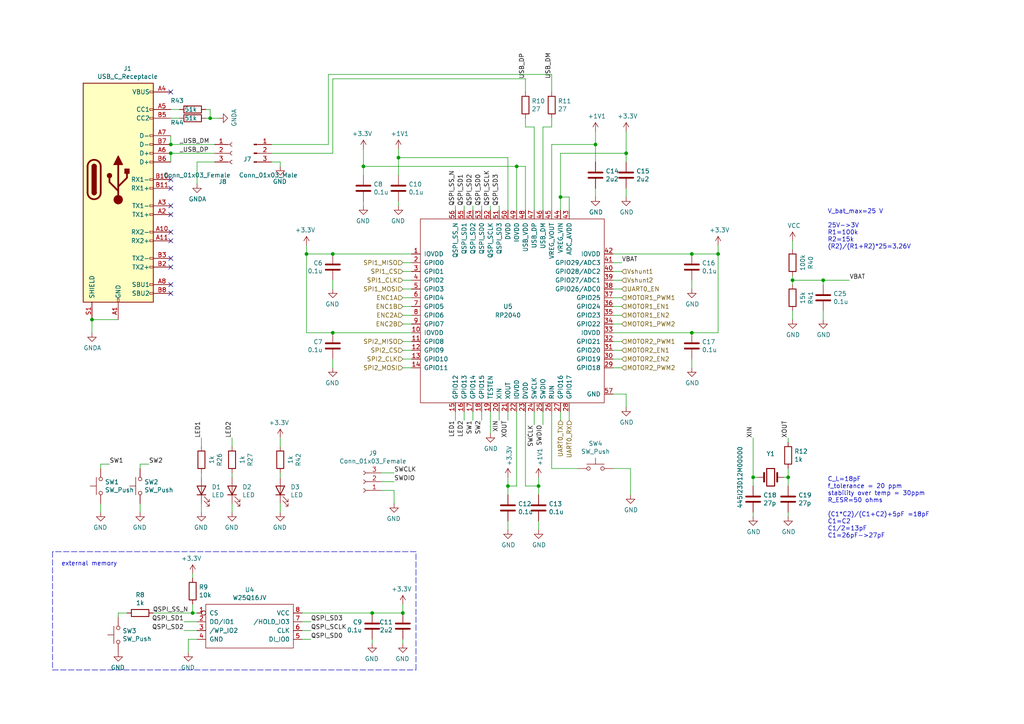
<source format=kicad_sch>
(kicad_sch (version 20211123) (generator eeschema)
  (paper "A4")
  (lib_symbols
    (symbol "Connector:Conn_01x03_Female" (pin_names (offset 1.016) hide)
      (property "Reference" "J" (at 0 5.08 0))
      (property "Value" "Conn_01x03_Female" (at 0 -5.08 0))
      (symbol "Conn_01x03_Female_1_1"
        (arc (start 0 -2.032) (mid -0.508 -2.54) (end 0 -3.048) (stroke (width 0.1524)))
        (polyline (pts (xy -1.27 -2.54) (xy -0.508 -2.54)) (stroke (width 0.1524)))
        (polyline (pts (xy -1.27 0) (xy -0.508 0)) (stroke (width 0.1524)))
        (polyline (pts (xy -1.27 2.54) (xy -0.508 2.54)) (stroke (width 0.1524)))
        (arc (start 0 0.508) (mid -0.508 0) (end 0 -0.508) (stroke (width 0.1524)))
        (arc (start 0 3.048) (mid -0.508 2.54) (end 0 2.032) (stroke (width 0.1524)))
        (pin passive line (at -5.08 2.54 0) (length 3.81) (name "Pin_1") (number "1"))
        (pin passive line (at -5.08 0 0) (length 3.81) (name "Pin_2") (number "2"))
        (pin passive line (at -5.08 -2.54 0) (length 3.81) (name "Pin_3") (number "3"))
      )
    )
    (symbol "Connector:Conn_01x03_Male" (pin_names (offset 1.016) hide)
      (property "Reference" "J" (at 0 5.08 0))
      (property "Value" "Conn_01x03_Male" (at 0 -5.08 0))
      (symbol "Conn_01x03_Male_1_1"
        (polyline (pts (xy 1.27 -2.54) (xy 0.8636 -2.54)) (stroke (width 0.1524)))
        (polyline (pts (xy 1.27 0) (xy 0.8636 0)) (stroke (width 0.1524)))
        (polyline (pts (xy 1.27 2.54) (xy 0.8636 2.54)) (stroke (width 0.1524)))
        (rectangle (start 0.8636 -2.413) (end 0 -2.667) (stroke (width 0.1524)) (fill (type outline)))
        (rectangle (start 0.8636 0.127) (end 0 -0.127) (stroke (width 0.1524)) (fill (type outline)))
        (rectangle (start 0.8636 2.667) (end 0 2.413) (stroke (width 0.1524)) (fill (type outline)))
        (pin passive line (at 5.08 2.54 180) (length 3.81) (name "Pin_1") (number "1"))
        (pin passive line (at 5.08 0 180) (length 3.81) (name "Pin_2") (number "2"))
        (pin passive line (at 5.08 -2.54 180) (length 3.81) (name "Pin_3") (number "3"))
      )
    )
    (symbol "Connector:USB_C_Receptacle" (pin_names (offset 1.016))
      (property "Reference" "J" (at -10.16 29.21 0))
      (property "Value" "USB_C_Receptacle" (at 10.16 29.21 0))
      (symbol "USB_C_Receptacle_0_0"
        (rectangle (start -0.254 -35.56) (end 0.254 -34.544))
        (rectangle (start 10.16 -32.766) (end 9.144 -33.274))
        (rectangle (start 10.16 -30.226) (end 9.144 -30.734))
        (rectangle (start 10.16 -25.146) (end 9.144 -25.654))
        (rectangle (start 10.16 -22.606) (end 9.144 -23.114))
        (rectangle (start 10.16 -17.526) (end 9.144 -18.034))
        (rectangle (start 10.16 -14.986) (end 9.144 -15.494))
        (rectangle (start 10.16 -9.906) (end 9.144 -10.414))
        (rectangle (start 10.16 -7.366) (end 9.144 -7.874))
        (rectangle (start 10.16 -2.286) (end 9.144 -2.794))
        (rectangle (start 10.16 0.254) (end 9.144 -0.254))
        (rectangle (start 10.16 5.334) (end 9.144 4.826))
        (rectangle (start 10.16 7.874) (end 9.144 7.366))
        (rectangle (start 10.16 10.414) (end 9.144 9.906))
        (rectangle (start 10.16 12.954) (end 9.144 12.446))
        (rectangle (start 10.16 18.034) (end 9.144 17.526))
        (rectangle (start 10.16 20.574) (end 9.144 20.066))
        (rectangle (start 10.16 25.654) (end 9.144 25.146))
      )
      (symbol "USB_C_Receptacle_0_1"
        (rectangle (start -10.16 27.94) (end 10.16 -35.56) (stroke (width 0.254)) (fill (type background)))
        (arc (start -8.89 -3.81) (mid -6.985 -5.715) (end -5.08 -3.81) (stroke (width 0.508)))
        (arc (start -7.62 -3.81) (mid -6.985 -4.445) (end -6.35 -3.81) (stroke (width 0.254)))
        (arc (start -7.62 -3.81) (mid -6.985 -4.445) (end -6.35 -3.81) (stroke (width 0.254)) (fill (type outline)))
        (rectangle (start -7.62 -3.81) (end -6.35 3.81) (stroke (width 0.254)) (fill (type outline)))
        (arc (start -6.35 3.81) (mid -6.985 4.445) (end -7.62 3.81) (stroke (width 0.254)))
        (arc (start -6.35 3.81) (mid -6.985 4.445) (end -7.62 3.81) (stroke (width 0.254)) (fill (type outline)))
        (arc (start -5.08 3.81) (mid -6.985 5.715) (end -8.89 3.81) (stroke (width 0.508)))
        (polyline (pts (xy -8.89 -3.81) (xy -8.89 3.81)) (stroke (width 0.508)))
        (polyline (pts (xy -5.08 3.81) (xy -5.08 -3.81)) (stroke (width 0.508)))
      )
      (symbol "USB_C_Receptacle_1_1"
        (circle (center -2.54 1.143) (radius 0.635) (stroke (width 0.254)) (fill (type outline)))
        (circle (center 0 -5.842) (radius 1.27) (fill (type outline)))
        (polyline (pts (xy 0 -5.842) (xy 0 4.318)) (stroke (width 0.508)))
        (polyline (pts (xy 0 -3.302) (xy -2.54 -0.762) (xy -2.54 0.508)) (stroke (width 0.508)))
        (polyline (pts (xy 0 -2.032) (xy 2.54 0.508) (xy 2.54 1.778)) (stroke (width 0.508)))
        (polyline (pts (xy -1.27 4.318) (xy 0 6.858) (xy 1.27 4.318) (xy -1.27 4.318)) (stroke (width 0.254)) (fill (type outline)))
        (rectangle (start 1.905 1.778) (end 3.175 3.048) (stroke (width 0.254)) (fill (type outline)))
        (pin passive line (at 0 -40.64 90) (length 5.08) (name "GND") (number "A1"))
        (pin bidirectional line (at 15.24 -15.24 180) (length 5.08) (name "RX2-") (number "A10"))
        (pin bidirectional line (at 15.24 -17.78 180) (length 5.08) (name "RX2+") (number "A11"))
        (pin passive line (at 0 -40.64 90) (length 5.08) hide (name "GND") (number "A12"))
        (pin bidirectional line (at 15.24 -10.16 180) (length 5.08) (name "TX1+") (number "A2"))
        (pin bidirectional line (at 15.24 -7.62 180) (length 5.08) (name "TX1-") (number "A3"))
        (pin passive line (at 15.24 25.4 180) (length 5.08) (name "VBUS") (number "A4"))
        (pin bidirectional line (at 15.24 20.32 180) (length 5.08) (name "CC1") (number "A5"))
        (pin bidirectional line (at 15.24 7.62 180) (length 5.08) (name "D+") (number "A6"))
        (pin bidirectional line (at 15.24 12.7 180) (length 5.08) (name "D-") (number "A7"))
        (pin bidirectional line (at 15.24 -30.48 180) (length 5.08) (name "SBU1") (number "A8"))
        (pin passive line (at 15.24 25.4 180) (length 5.08) hide (name "VBUS") (number "A9"))
        (pin passive line (at 0 -40.64 90) (length 5.08) hide (name "GND") (number "B1"))
        (pin bidirectional line (at 15.24 0 180) (length 5.08) (name "RX1-") (number "B10"))
        (pin bidirectional line (at 15.24 -2.54 180) (length 5.08) (name "RX1+") (number "B11"))
        (pin passive line (at 0 -40.64 90) (length 5.08) hide (name "GND") (number "B12"))
        (pin bidirectional line (at 15.24 -25.4 180) (length 5.08) (name "TX2+") (number "B2"))
        (pin bidirectional line (at 15.24 -22.86 180) (length 5.08) (name "TX2-") (number "B3"))
        (pin passive line (at 15.24 25.4 180) (length 5.08) hide (name "VBUS") (number "B4"))
        (pin bidirectional line (at 15.24 17.78 180) (length 5.08) (name "CC2") (number "B5"))
        (pin bidirectional line (at 15.24 5.08 180) (length 5.08) (name "D+") (number "B6"))
        (pin bidirectional line (at 15.24 10.16 180) (length 5.08) (name "D-") (number "B7"))
        (pin bidirectional line (at 15.24 -33.02 180) (length 5.08) (name "SBU2") (number "B8"))
        (pin passive line (at 15.24 25.4 180) (length 5.08) hide (name "VBUS") (number "B9"))
        (pin passive line (at -7.62 -40.64 90) (length 5.08) (name "SHIELD") (number "S1"))
      )
    )
    (symbol "Device:C" (pin_numbers hide) (pin_names (offset 0.254))
      (property "Reference" "C" (at 0.635 2.54 0))
      (property "Value" "C" (at 0.635 -2.54 0))
      (symbol "C_0_1"
        (polyline (pts (xy -2.032 -0.762) (xy 2.032 -0.762)) (stroke (width 0.508)))
        (polyline (pts (xy -2.032 0.762) (xy 2.032 0.762)) (stroke (width 0.508)))
      )
      (symbol "C_1_1"
        (pin passive line (at 0 3.81 270) (length 2.794) (name "~") (number "1"))
        (pin passive line (at 0 -3.81 90) (length 2.794) (name "~") (number "2"))
      )
    )
    (symbol "Device:Crystal" (pin_numbers hide) (pin_names (offset 1.016) hide)
      (property "Reference" "Y" (at 0 3.81 0))
      (property "Value" "Crystal" (at 0 -3.81 0))
      (symbol "Crystal_0_1"
        (rectangle (start -1.143 2.54) (end 1.143 -2.54) (stroke (width 0.3048)))
        (polyline (pts (xy -2.54 0) (xy -1.905 0)))
        (polyline (pts (xy -1.905 -1.27) (xy -1.905 1.27)) (stroke (width 0.508)))
        (polyline (pts (xy 1.905 -1.27) (xy 1.905 1.27)) (stroke (width 0.508)))
        (polyline (pts (xy 2.54 0) (xy 1.905 0)))
      )
      (symbol "Crystal_1_1"
        (pin passive line (at -3.81 0 0) (length 1.27) (name "1") (number "1"))
        (pin passive line (at 3.81 0 180) (length 1.27) (name "2") (number "2"))
      )
    )
    (symbol "Device:LED" (pin_numbers hide) (pin_names (offset 1.016) hide)
      (property "Reference" "D" (at 0 2.54 0))
      (property "Value" "LED" (at 0 -2.54 0))
      (symbol "LED_0_1"
        (polyline (pts (xy -1.27 -1.27) (xy -1.27 1.27)) (stroke (width 0.254)))
        (polyline (pts (xy -1.27 0) (xy 1.27 0)))
        (polyline (pts (xy 1.27 -1.27) (xy 1.27 1.27) (xy -1.27 0) (xy 1.27 -1.27)) (stroke (width 0.254)))
        (polyline (pts (xy -3.048 -0.762) (xy -4.572 -2.286) (xy -3.81 -2.286) (xy -4.572 -2.286) (xy -4.572 -1.524)))
        (polyline (pts (xy -1.778 -0.762) (xy -3.302 -2.286) (xy -2.54 -2.286) (xy -3.302 -2.286) (xy -3.302 -1.524)))
      )
      (symbol "LED_1_1"
        (pin passive line (at -3.81 0 0) (length 2.54) (name "K") (number "1"))
        (pin passive line (at 3.81 0 180) (length 2.54) (name "A") (number "2"))
      )
    )
    (symbol "Device:R" (pin_numbers hide) (pin_names (offset 0))
      (property "Reference" "R" (at 2.032 0 90))
      (property "Value" "R" (at 0 0 90))
      (symbol "R_0_1"
        (rectangle (start -1.016 -2.54) (end 1.016 2.54) (stroke (width 0.254)))
      )
      (symbol "R_1_1"
        (pin passive line (at 0 3.81 270) (length 1.27) (name "~") (number "1"))
        (pin passive line (at 0 -3.81 90) (length 1.27) (name "~") (number "2"))
      )
    )
    (symbol "RP_MD-rescue:RP2040-RP_MD" (pin_names (offset 1.016))
      (property "Reference" "U" (at 25.4 33.02 0))
      (property "Value" "RP2040-RP_MD" (at 25.4 30.48 0))
      (symbol "RP2040-RP_MD_0_1"
        (rectangle (start -25.4 27.94) (end 27.94 -25.4))
      )
      (symbol "RP2040-RP_MD_1_1"
        (pin power_in line (at -27.94 17.78 0) (length 2.54) (name "IOVDD") (number "1"))
        (pin power_in line (at -27.94 -5.08 0) (length 2.54) (name "IOVDD") (number "10"))
        (pin bidirectional line (at -27.94 -7.62 0) (length 2.54) (name "GPIO8") (number "11"))
        (pin bidirectional line (at -27.94 -10.16 0) (length 2.54) (name "GPIO9") (number "12"))
        (pin bidirectional line (at -27.94 -12.7 0) (length 2.54) (name "GPIO10") (number "13"))
        (pin bidirectional line (at -27.94 -15.24 0) (length 2.54) (name "GPIO11") (number "14"))
        (pin bidirectional line (at -15.24 -27.94 90) (length 2.54) (name "GPIO12") (number "15"))
        (pin bidirectional line (at -12.7 -27.94 90) (length 2.54) (name "GPIO13") (number "16"))
        (pin bidirectional line (at -10.16 -27.94 90) (length 2.54) (name "GPIO14") (number "17"))
        (pin bidirectional line (at -7.62 -27.94 90) (length 2.54) (name "GPIO15") (number "18"))
        (pin input line (at -5.08 -27.94 90) (length 2.54) (name "TESTEN") (number "19"))
        (pin bidirectional line (at -27.94 15.24 0) (length 2.54) (name "GPIO0") (number "2"))
        (pin input line (at -2.54 -27.94 90) (length 2.54) (name "XIN") (number "20"))
        (pin output line (at 0 -27.94 90) (length 2.54) (name "XOUT") (number "21"))
        (pin bidirectional line (at 2.54 -27.94 90) (length 2.54) (name "IOVDD") (number "22"))
        (pin power_in line (at 5.08 -27.94 90) (length 2.54) (name "DVDD") (number "23"))
        (pin input line (at 7.62 -27.94 90) (length 2.54) (name "SWCLK") (number "24"))
        (pin bidirectional line (at 10.16 -27.94 90) (length 2.54) (name "SWDIO") (number "25"))
        (pin input line (at 12.7 -27.94 90) (length 2.54) (name "RUN") (number "26"))
        (pin bidirectional line (at 15.24 -27.94 90) (length 2.54) (name "GPIO16") (number "27"))
        (pin bidirectional line (at 17.78 -27.94 90) (length 2.54) (name "GPIO17") (number "28"))
        (pin bidirectional line (at 30.48 -15.24 180) (length 2.54) (name "GPIO18") (number "29"))
        (pin bidirectional line (at -27.94 12.7 0) (length 2.54) (name "GPIO1") (number "3"))
        (pin bidirectional line (at 30.48 -12.7 180) (length 2.54) (name "GPIO19") (number "30"))
        (pin bidirectional line (at 30.48 -10.16 180) (length 2.54) (name "GPIO20") (number "31"))
        (pin bidirectional line (at 30.48 -7.62 180) (length 2.54) (name "GPIO21") (number "32"))
        (pin power_in line (at 30.48 -5.08 180) (length 2.54) (name "IOVDD") (number "33"))
        (pin bidirectional line (at 30.48 -2.54 180) (length 2.54) (name "GPIO22") (number "34"))
        (pin bidirectional line (at 30.48 0 180) (length 2.54) (name "GPIO23") (number "35"))
        (pin bidirectional line (at 30.48 2.54 180) (length 2.54) (name "GPIO24") (number "36"))
        (pin bidirectional line (at 30.48 5.08 180) (length 2.54) (name "GPIO25") (number "37"))
        (pin bidirectional line (at 30.48 7.62 180) (length 2.54) (name "GPIO26/ADC0") (number "38"))
        (pin bidirectional line (at 30.48 10.16 180) (length 2.54) (name "GPIO27/ADC1") (number "39"))
        (pin bidirectional line (at -27.94 10.16 0) (length 2.54) (name "GPIO2") (number "4"))
        (pin bidirectional line (at 30.48 12.7 180) (length 2.54) (name "GPIO28/ADC2") (number "40"))
        (pin bidirectional line (at 30.48 15.24 180) (length 2.54) (name "GPIO29/ADC3") (number "41"))
        (pin power_in line (at 30.48 17.78 180) (length 2.54) (name "IOVDD") (number "42"))
        (pin power_in line (at 17.78 30.48 270) (length 2.54) (name "ADC_AVDD") (number "43"))
        (pin power_in line (at 15.24 30.48 270) (length 2.54) (name "VREG_VIN") (number "44"))
        (pin power_out line (at 12.7 30.48 270) (length 2.54) (name "VREG_VOUT") (number "45"))
        (pin bidirectional line (at 10.16 30.48 270) (length 2.54) (name "USB_DM") (number "46"))
        (pin bidirectional line (at 7.62 30.48 270) (length 2.54) (name "USB_DP") (number "47"))
        (pin power_in line (at 5.08 30.48 270) (length 2.54) (name "USB_VDD") (number "48"))
        (pin power_in line (at 2.54 30.48 270) (length 2.54) (name "IOVDD") (number "49"))
        (pin bidirectional line (at -27.94 7.62 0) (length 2.54) (name "GPIO3") (number "5"))
        (pin power_in line (at 0 30.48 270) (length 2.54) (name "DVDD") (number "50"))
        (pin bidirectional line (at -2.54 30.48 270) (length 2.54) (name "QSPI_SD3") (number "51"))
        (pin bidirectional line (at -5.08 30.48 270) (length 2.54) (name "QSPI_SCLK") (number "52"))
        (pin bidirectional line (at -7.62 30.48 270) (length 2.54) (name "QSPI_SD0") (number "53"))
        (pin bidirectional line (at -10.16 30.48 270) (length 2.54) (name "QSPI_SD2") (number "54"))
        (pin bidirectional line (at -12.7 30.48 270) (length 2.54) (name "QSPI_SD1") (number "55"))
        (pin bidirectional line (at -15.24 30.48 270) (length 2.54) (name "QSPI_SS_N") (number "56"))
        (pin power_in line (at 30.48 -22.86 180) (length 2.54) (name "GND") (number "57"))
        (pin bidirectional line (at -27.94 5.08 0) (length 2.54) (name "GPIO4") (number "6"))
        (pin bidirectional line (at -27.94 2.54 0) (length 2.54) (name "GPIO5") (number "7"))
        (pin bidirectional line (at -27.94 0 0) (length 2.54) (name "GPIO6") (number "8"))
        (pin bidirectional line (at -27.94 -2.54 0) (length 2.54) (name "GPIO7") (number "9"))
      )
    )
    (symbol "RP_MD:W25Q16JV" (pin_names (offset 1.016))
      (property "Reference" "U" (at 0 10.16 0))
      (property "Value" "W25Q16JV" (at 0 7.62 0))
      (symbol "W25Q16JV_0_1"
        (rectangle (start -12.7 5.08) (end 12.7 -7.62))
      )
      (symbol "W25Q16JV_1_1"
        (pin input inverted (at -15.24 2.54 0) (length 2.54) (name "CS") (number "1"))
        (pin output line (at -15.24 0 0) (length 2.54) (name "DO/IO1") (number "2"))
        (pin bidirectional line (at -15.24 -2.54 0) (length 2.54) (name "/WP_IO2") (number "3"))
        (pin power_in line (at -15.24 -5.08 0) (length 2.54) (name "GND") (number "4"))
        (pin bidirectional line (at 15.24 -5.08 180) (length 2.54) (name "DI_IO0") (number "5"))
        (pin input line (at 15.24 -2.54 180) (length 2.54) (name "CLK") (number "6"))
        (pin bidirectional line (at 15.24 0 180) (length 2.54) (name "/HOLD_IO3") (number "7"))
        (pin power_in line (at 15.24 2.54 180) (length 2.54) (name "VCC") (number "8"))
      )
    )
    (symbol "Switch:SW_Push" (pin_numbers hide) (pin_names (offset 1.016) hide)
      (property "Reference" "SW" (at 1.27 2.54 0))
      (property "Value" "SW_Push" (at 0 -1.524 0))
      (symbol "SW_Push_0_1"
        (circle (center -2.032 0) (radius 0.508))
        (polyline (pts (xy 0 1.27) (xy 0 3.048)))
        (polyline (pts (xy 2.54 1.27) (xy -2.54 1.27)))
        (circle (center 2.032 0) (radius 0.508))
        (pin passive line (at -5.08 0 0) (length 2.54) (name "1") (number "1"))
        (pin passive line (at 5.08 0 180) (length 2.54) (name "2") (number "2"))
      )
    )
    (symbol "power:+1V1" (power) (pin_names (offset 0))
      (property "Value" "+1V1" (at 0 3.556 0))
      (symbol "+1V1_0_1"
        (polyline (pts (xy -0.762 1.27) (xy 0 2.54)))
        (polyline (pts (xy 0 0) (xy 0 2.54)))
        (polyline (pts (xy 0 2.54) (xy 0.762 1.27)))
      )
      (symbol "+1V1_1_1"
        (pin power_in line (at 0 0 90) (length 0) hide (name "+1V1") (number "1"))
      )
    )
    (symbol "power:+3.3V" (power) (pin_names (offset 0))
      (property "Value" "+3.3V" (at 0 3.556 0))
      (symbol "+3.3V_0_1"
        (polyline (pts (xy -0.762 1.27) (xy 0 2.54)))
        (polyline (pts (xy 0 0) (xy 0 2.54)))
        (polyline (pts (xy 0 2.54) (xy 0.762 1.27)))
      )
      (symbol "+3.3V_1_1"
        (pin power_in line (at 0 0 90) (length 0) hide (name "+3.3V") (number "1"))
      )
    )
    (symbol "power:GND" (power) (pin_names (offset 0))
      (property "Value" "GND" (at 0 -3.81 0))
      (symbol "GND_0_1"
        (polyline (pts (xy 0 0) (xy 0 -1.27) (xy 1.27 -1.27) (xy 0 -2.54) (xy -1.27 -1.27) (xy 0 -1.27)))
      )
      (symbol "GND_1_1"
        (pin power_in line (at 0 0 270) (length 0) hide (name "GND") (number "1"))
      )
    )
    (symbol "power:GNDA" (power) (pin_names (offset 0))
      (property "Value" "GNDA" (at 0 -3.81 0))
      (symbol "GNDA_0_1"
        (polyline (pts (xy 0 0) (xy 0 -1.27) (xy 1.27 -1.27) (xy 0 -2.54) (xy -1.27 -1.27) (xy 0 -1.27)))
      )
      (symbol "GNDA_1_1"
        (pin power_in line (at 0 0 270) (length 0) hide (name "GNDA") (number "1"))
      )
    )
    (symbol "power:VCC" (power) (pin_names (offset 0))
      (property "Value" "VCC" (at 0 3.81 0))
      (symbol "VCC_0_1"
        (polyline (pts (xy -0.762 1.27) (xy 0 2.54)))
        (polyline (pts (xy 0 0) (xy 0 2.54)))
        (polyline (pts (xy 0 2.54) (xy 0.762 1.27)))
      )
      (symbol "VCC_1_1"
        (pin power_in line (at 0 0 90) (length 0) hide (name "VCC") (number "1"))
      )
    )
  )
  (junction (at 229.87 81.28))
  (junction (at 26.67 92.71))
  (junction (at 228.6 138.43))
  (junction (at 156.21 140.97))
  (junction (at 96.52 96.52))
  (junction (at 107.95 177.8))
  (junction (at 116.84 177.8))
  (junction (at 218.44 138.43))
  (junction (at 49.53 44.45))
  (junction (at 149.86 48.26))
  (junction (at 181.61 44.45))
  (junction (at 208.28 73.66))
  (junction (at 105.41 48.26))
  (junction (at 88.9 73.66))
  (junction (at 115.57 45.72))
  (junction (at 96.52 73.66))
  (junction (at 55.88 177.8))
  (junction (at 238.76 81.28))
  (junction (at 162.56 57.15))
  (junction (at 49.53 41.91))
  (junction (at 147.32 140.97))
  (junction (at 172.72 41.91))
  (junction (at 60.96 34.29))
  (junction (at 200.66 96.52))
  (junction (at 200.66 73.66))
  (no_connect (at 49.53 62.23))
  (no_connect (at 49.53 26.67))
  (no_connect (at 49.53 77.47))
  (no_connect (at 49.53 74.93))
  (no_connect (at 49.53 52.07))
  (no_connect (at 49.53 59.69))
  (no_connect (at 49.53 54.61))
  (no_connect (at 49.53 85.09))
  (no_connect (at 49.53 69.85))
  (no_connect (at 49.53 67.31))
  (no_connect (at 49.53 82.55))
  (wire (pts (xy 139.7 59.69) (xy 139.7 60.96)))
  (wire (pts (xy 165.1 57.15) (xy 162.56 57.15)))
  (wire (pts (xy 218.44 149.86) (xy 218.44 148.59)))
  (wire (pts (xy 180.34 106.68) (xy 177.8 106.68)))
  (wire (pts (xy 177.8 96.52) (xy 200.66 96.52)))
  (wire (pts (xy 142.24 125.73) (xy 142.24 119.38)))
  (wire (pts (xy 160.02 41.91) (xy 172.72 41.91)))
  (wire (pts (xy 59.69 34.29) (xy 60.96 34.29)))
  (wire (pts (xy 57.15 53.34) (xy 57.15 46.99)))
  (wire (pts (xy 134.62 59.69) (xy 134.62 60.96)))
  (wire (pts (xy 96.52 44.45) (xy 96.52 22.86)))
  (wire (pts (xy 200.66 83.82) (xy 200.66 81.28)))
  (wire (pts (xy 181.61 114.3) (xy 181.61 118.11)))
  (wire (pts (xy 144.78 121.92) (xy 144.78 119.38)))
  (wire (pts (xy 105.41 58.42) (xy 105.41 59.69)))
  (wire (pts (xy 116.84 91.44) (xy 119.38 91.44)))
  (wire (pts (xy 78.74 46.99) (xy 81.28 46.99)))
  (wire (pts (xy 147.32 140.97) (xy 147.32 138.43)))
  (wire (pts (xy 116.84 106.68) (xy 119.38 106.68)))
  (wire (pts (xy 107.95 177.8) (xy 87.63 177.8)))
  (wire (pts (xy 229.87 81.28) (xy 238.76 81.28)))
  (wire (pts (xy 26.67 96.52) (xy 26.67 92.71)))
  (wire (pts (xy 160.02 36.83) (xy 160.02 34.29)))
  (wire (pts (xy 142.24 59.69) (xy 142.24 60.96)))
  (wire (pts (xy 137.16 121.92) (xy 137.16 119.38)))
  (wire (pts (xy 81.28 138.43) (xy 81.28 137.16)))
  (wire (pts (xy 40.64 134.62) (xy 43.18 134.62)))
  (wire (pts (xy 180.34 83.82) (xy 177.8 83.82)))
  (wire (pts (xy 208.28 96.52) (xy 208.28 73.66)))
  (wire (pts (xy 229.87 80.01) (xy 229.87 81.28)))
  (wire (pts (xy 238.76 81.28) (xy 246.38 81.28)))
  (wire (pts (xy 160.02 135.89) (xy 167.64 135.89)))
  (wire (pts (xy 177.8 86.36) (xy 180.34 86.36)))
  (wire (pts (xy 147.32 143.51) (xy 147.32 140.97)))
  (wire (pts (xy 96.52 96.52) (xy 88.9 96.52)))
  (wire (pts (xy 132.08 119.38) (xy 132.08 121.92)))
  (wire (pts (xy 60.96 31.75) (xy 60.96 34.29)))
  (wire (pts (xy 116.84 93.98) (xy 119.38 93.98)))
  (wire (pts (xy 116.84 177.8) (xy 107.95 177.8)))
  (wire (pts (xy 152.4 60.96) (xy 152.4 48.26)))
  (wire (pts (xy 34.29 177.8) (xy 36.83 177.8)))
  (wire (pts (xy 115.57 59.69) (xy 115.57 58.42)))
  (wire (pts (xy 29.21 148.59) (xy 29.21 146.05)))
  (wire (pts (xy 147.32 153.67) (xy 147.32 151.13)))
  (wire (pts (xy 180.34 78.74) (xy 177.8 78.74)))
  (wire (pts (xy 88.9 73.66) (xy 96.52 73.66)))
  (wire (pts (xy 29.21 134.62) (xy 31.75 134.62)))
  (wire (pts (xy 228.6 149.86) (xy 228.6 148.59)))
  (wire (pts (xy 116.84 88.9) (xy 119.38 88.9)))
  (wire (pts (xy 182.88 135.89) (xy 182.88 143.51)))
  (wire (pts (xy 208.28 73.66) (xy 200.66 73.66)))
  (wire (pts (xy 67.31 138.43) (xy 67.31 137.16)))
  (wire (pts (xy 218.44 138.43) (xy 218.44 127)))
  (wire (pts (xy 160.02 21.59) (xy 160.02 26.67)))
  (wire (pts (xy 156.21 151.13) (xy 156.21 153.67)))
  (wire (pts (xy 152.4 22.86) (xy 152.4 26.67)))
  (polyline (pts (xy 120.65 194.31) (xy 120.65 160.02)))
  (wire (pts (xy 228.6 138.43) (xy 228.6 140.97)))
  (wire (pts (xy 154.94 36.83) (xy 154.94 60.96)))
  (wire (pts (xy 152.4 119.38) (xy 152.4 140.97)))
  (wire (pts (xy 81.28 127) (xy 81.28 129.54)))
  (wire (pts (xy 116.84 99.06) (xy 119.38 99.06)))
  (wire (pts (xy 90.17 182.88) (xy 87.63 182.88)))
  (wire (pts (xy 162.56 44.45) (xy 162.56 57.15)))
  (wire (pts (xy 144.78 59.69) (xy 144.78 60.96)))
  (wire (pts (xy 180.34 88.9) (xy 177.8 88.9)))
  (wire (pts (xy 54.61 185.42) (xy 57.15 185.42)))
  (wire (pts (xy 152.4 36.83) (xy 154.94 36.83)))
  (wire (pts (xy 152.4 48.26) (xy 149.86 48.26)))
  (wire (pts (xy 160.02 119.38) (xy 160.02 135.89)))
  (wire (pts (xy 157.48 123.19) (xy 157.48 119.38)))
  (wire (pts (xy 67.31 146.05) (xy 67.31 148.59)))
  (wire (pts (xy 55.88 167.64) (xy 55.88 166.37)))
  (wire (pts (xy 147.32 60.96) (xy 147.32 45.72)))
  (wire (pts (xy 149.86 119.38) (xy 149.86 140.97)))
  (wire (pts (xy 116.84 104.14) (xy 119.38 104.14)))
  (wire (pts (xy 238.76 92.71) (xy 238.76 90.17)))
  (wire (pts (xy 107.95 186.69) (xy 107.95 185.42)))
  (wire (pts (xy 180.34 101.6) (xy 177.8 101.6)))
  (wire (pts (xy 110.49 139.7) (xy 114.3 139.7)))
  (wire (pts (xy 58.42 137.16) (xy 58.42 138.43)))
  (wire (pts (xy 172.72 57.15) (xy 172.72 54.61)))
  (wire (pts (xy 26.67 92.71) (xy 34.29 92.71)))
  (wire (pts (xy 172.72 46.99) (xy 172.72 41.91)))
  (wire (pts (xy 55.88 177.8) (xy 55.88 175.26)))
  (wire (pts (xy 90.17 185.42) (xy 87.63 185.42)))
  (wire (pts (xy 78.74 44.45) (xy 96.52 44.45)))
  (wire (pts (xy 105.41 43.18) (xy 105.41 48.26)))
  (wire (pts (xy 114.3 142.24) (xy 114.3 146.05)))
  (wire (pts (xy 229.87 90.17) (xy 229.87 92.71)))
  (wire (pts (xy 157.48 60.96) (xy 157.48 36.83)))
  (wire (pts (xy 44.45 177.8) (xy 55.88 177.8)))
  (wire (pts (xy 200.66 106.68) (xy 200.66 104.14)))
  (wire (pts (xy 58.42 127) (xy 58.42 129.54)))
  (wire (pts (xy 115.57 45.72) (xy 115.57 43.18)))
  (wire (pts (xy 181.61 46.99) (xy 181.61 44.45)))
  (wire (pts (xy 116.84 101.6) (xy 119.38 101.6)))
  (wire (pts (xy 149.86 48.26) (xy 105.41 48.26)))
  (wire (pts (xy 180.34 81.28) (xy 177.8 81.28)))
  (wire (pts (xy 149.86 60.96) (xy 149.86 48.26)))
  (wire (pts (xy 218.44 138.43) (xy 219.71 138.43)))
  (wire (pts (xy 95.25 41.91) (xy 78.74 41.91)))
  (wire (pts (xy 137.16 59.69) (xy 137.16 60.96)))
  (wire (pts (xy 60.96 34.29) (xy 63.5 34.29)))
  (wire (pts (xy 119.38 96.52) (xy 96.52 96.52)))
  (wire (pts (xy 152.4 34.29) (xy 152.4 36.83)))
  (wire (pts (xy 181.61 57.15) (xy 181.61 54.61)))
  (wire (pts (xy 181.61 38.1) (xy 181.61 44.45)))
  (wire (pts (xy 40.64 134.62) (xy 40.64 135.89)))
  (wire (pts (xy 58.42 148.59) (xy 58.42 146.05)))
  (wire (pts (xy 156.21 143.51) (xy 156.21 140.97)))
  (wire (pts (xy 88.9 96.52) (xy 88.9 73.66)))
  (wire (pts (xy 228.6 138.43) (xy 228.6 135.89)))
  (wire (pts (xy 34.29 179.07) (xy 34.29 177.8)))
  (wire (pts (xy 59.69 31.75) (xy 60.96 31.75)))
  (wire (pts (xy 49.53 44.45) (xy 49.53 46.99)))
  (wire (pts (xy 116.84 83.82) (xy 119.38 83.82)))
  (wire (pts (xy 132.08 59.69) (xy 132.08 60.96)))
  (wire (pts (xy 177.8 135.89) (xy 182.88 135.89)))
  (wire (pts (xy 105.41 48.26) (xy 105.41 50.8)))
  (wire (pts (xy 116.84 81.28) (xy 119.38 81.28)))
  (wire (pts (xy 95.25 21.59) (xy 95.25 41.91)))
  (wire (pts (xy 81.28 46.99) (xy 81.28 48.26)))
  (wire (pts (xy 180.34 91.44) (xy 177.8 91.44)))
  (wire (pts (xy 115.57 45.72) (xy 115.57 50.8)))
  (wire (pts (xy 160.02 21.59) (xy 95.25 21.59)))
  (wire (pts (xy 139.7 121.92) (xy 139.7 119.38)))
  (wire (pts (xy 177.8 76.2) (xy 180.34 76.2)))
  (wire (pts (xy 116.84 76.2) (xy 119.38 76.2)))
  (wire (pts (xy 67.31 127) (xy 67.31 129.54)))
  (wire (pts (xy 200.66 73.66) (xy 177.8 73.66)))
  (wire (pts (xy 238.76 81.28) (xy 238.76 82.55)))
  (wire (pts (xy 49.53 34.29) (xy 52.07 34.29)))
  (wire (pts (xy 229.87 81.28) (xy 229.87 82.55)))
  (wire (pts (xy 81.28 146.05) (xy 81.28 148.59)))
  (wire (pts (xy 177.8 93.98) (xy 180.34 93.98)))
  (wire (pts (xy 228.6 128.27) (xy 228.6 127)))
  (wire (pts (xy 40.64 148.59) (xy 40.64 146.05)))
  (wire (pts (xy 180.34 99.06) (xy 177.8 99.06)))
  (wire (pts (xy 49.53 44.45) (xy 62.23 44.45)))
  (wire (pts (xy 116.84 186.69) (xy 116.84 185.42)))
  (wire (pts (xy 49.53 31.75) (xy 52.07 31.75)))
  (polyline (pts (xy 15.24 194.31) (xy 120.65 194.31)))
  (wire (pts (xy 162.56 57.15) (xy 162.56 60.96)))
  (wire (pts (xy 88.9 71.12) (xy 88.9 73.66)))
  (wire (pts (xy 181.61 44.45) (xy 162.56 44.45)))
  (wire (pts (xy 90.17 180.34) (xy 87.63 180.34)))
  (wire (pts (xy 115.57 45.72) (xy 147.32 45.72)))
  (wire (pts (xy 54.61 189.23) (xy 54.61 185.42)))
  (wire (pts (xy 55.88 177.8) (xy 57.15 177.8)))
  (wire (pts (xy 172.72 41.91) (xy 172.72 38.1)))
  (wire (pts (xy 165.1 121.92) (xy 165.1 119.38)))
  (wire (pts (xy 227.33 138.43) (xy 228.6 138.43)))
  (wire (pts (xy 29.21 134.62) (xy 29.21 135.89)))
  (wire (pts (xy 114.3 137.16) (xy 110.49 137.16)))
  (wire (pts (xy 110.49 142.24) (xy 114.3 142.24)))
  (wire (pts (xy 160.02 41.91) (xy 160.02 60.96)))
  (wire (pts (xy 156.21 140.97) (xy 156.21 138.43)))
  (wire (pts (xy 200.66 96.52) (xy 208.28 96.52)))
  (wire (pts (xy 96.52 73.66) (xy 119.38 73.66)))
  (wire (pts (xy 165.1 60.96) (xy 165.1 57.15)))
  (wire (pts (xy 49.53 41.91) (xy 62.23 41.91)))
  (wire (pts (xy 116.84 78.74) (xy 119.38 78.74)))
  (wire (pts (xy 53.34 180.34) (xy 57.15 180.34)))
  (wire (pts (xy 49.53 41.91) (xy 49.53 39.37)))
  (wire (pts (xy 180.34 104.14) (xy 177.8 104.14)))
  (wire (pts (xy 96.52 22.86) (xy 152.4 22.86)))
  (wire (pts (xy 134.62 121.92) (xy 134.62 119.38)))
  (wire (pts (xy 96.52 83.82) (xy 96.52 81.28)))
  (wire (pts (xy 229.87 69.85) (xy 229.87 72.39)))
  (wire (pts (xy 208.28 71.12) (xy 208.28 73.66)))
  (wire (pts (xy 162.56 121.92) (xy 162.56 119.38)))
  (wire (pts (xy 57.15 46.99) (xy 62.23 46.99)))
  (wire (pts (xy 116.84 86.36) (xy 119.38 86.36)))
  (wire (pts (xy 218.44 140.97) (xy 218.44 138.43)))
  (wire (pts (xy 147.32 121.92) (xy 147.32 119.38)))
  (wire (pts (xy 149.86 140.97) (xy 147.32 140.97)))
  (wire (pts (xy 116.84 175.26) (xy 116.84 177.8)))
  (polyline (pts (xy 15.24 160.02) (xy 15.24 194.31)))
  (wire (pts (xy 96.52 106.68) (xy 96.52 104.14)))
  (polyline (pts (xy 120.65 160.02) (xy 15.24 160.02)))
  (wire (pts (xy 157.48 36.83) (xy 160.02 36.83)))
  (wire (pts (xy 154.94 123.19) (xy 154.94 119.38)))
  (wire (pts (xy 53.34 182.88) (xy 57.15 182.88)))
  (wire (pts (xy 152.4 140.97) (xy 156.21 140.97)))
  (wire (pts (xy 177.8 114.3) (xy 181.61 114.3)))
  (text "V_bat_max=25 V\n\n25V->3V\nR1=100k\nR2=15k\n(R2)/(R1+R2)*25=3.26V" (at 240.03 72.39 0) (effects (font (size 1.27 1.27)) (justify left bottom)))
  (text "external memory\n " (at 17.78 166.37 0) (effects (font (size 1.27 1.27)) (justify left bottom)))
  (text "C_L=18pF\nf_tolerance = 20 ppm \nstability over temp = 30ppm\nR_ESR=50 ohms\n\n(C1*C2)/(C1+C2)+5pF =18pF\nC1=C2\nC1/2=13pF\nC1=26pF->27pF" (at 240.03 156.21 0) (effects (font (size 1.27 1.27)) (justify left bottom)))
  (label "SW2" (at 43.18 134.62 0))
  (label "SW1" (at 31.75 134.62 0))
  (label "_USB_DM" (at 52.07 41.91 0))
  (label "XIN" (at 144.78 121.92 270))
  (label "USB_DP" (at 152.4 22.86 90))
  (label "QSPI_SD2" (at 53.34 182.88 180))
  (label "QSPI_SD0" (at 90.17 185.42 0))
  (label "QSPI_SS_N" (at 54.61 177.8 180))
  (label "SWDIO" (at 114.3 139.7 0))
  (label "QSPI_SCLK" (at 142.24 59.69 90))
  (label "QSPI_SD0" (at 139.7 59.69 90))
  (label "VBAT" (at 246.38 81.28 0))
  (label "XIN" (at 218.44 127 90))
  (label "XOUT" (at 147.32 121.92 270))
  (label "SW1" (at 137.16 121.92 270))
  (label "LED2" (at 67.31 127 90))
  (label "QSPI_SD1" (at 134.62 59.69 90))
  (label "VBAT" (at 180.34 76.2 0))
  (label "LED1" (at 132.08 121.92 270))
  (label "QSPI_SD2" (at 137.16 59.69 90))
  (label "SWCLK" (at 154.94 123.19 270))
  (label "QSPI_SD1" (at 53.34 180.34 180))
  (label "SWCLK" (at 114.3 137.16 0))
  (label "_USB_DP" (at 52.07 44.45 0))
  (label "QSPI_SD3" (at 90.17 180.34 0))
  (label "SW2" (at 139.7 121.92 270))
  (label "XOUT" (at 228.6 127 90))
  (label "QSPI_SS_N" (at 132.08 59.69 90))
  (label "QSPI_SD3" (at 144.78 59.69 90))
  (label "USB_DM" (at 160.02 22.86 90))
  (label "SWDIO" (at 157.48 123.19 270))
  (label "LED2" (at 134.62 121.92 270))
  (label "LED1" (at 58.42 127 90))
  (label "QSPI_SCLK" (at 90.17 182.88 0))
  (hierarchical_label "MOTOR1_PWM2" (shape input) (at 180.34 93.98 0))
  (hierarchical_label "MOTOR1_EN2" (shape input) (at 180.34 91.44 0))
  (hierarchical_label "UART0_EN" (shape input) (at 180.34 83.82 0))
  (hierarchical_label "MOTOR1_PWM1" (shape input) (at 180.34 86.36 0))
  (hierarchical_label "Vshunt2" (shape input) (at 180.34 81.28 0))
  (hierarchical_label "SPI1_CS" (shape input) (at 116.84 78.74 180))
  (hierarchical_label "SPI1_MISO" (shape input) (at 116.84 76.2 180))
  (hierarchical_label "SPI1_CLK" (shape input) (at 116.84 81.28 180))
  (hierarchical_label "ENC1A" (shape input) (at 116.84 86.36 180))
  (hierarchical_label "MOTOR2_EN1" (shape input) (at 180.34 101.6 0))
  (hierarchical_label "SPI2_CLK" (shape input) (at 116.84 104.14 180))
  (hierarchical_label "SPI2_CS" (shape input) (at 116.84 101.6 180))
  (hierarchical_label "SPI1_MOSI" (shape input) (at 116.84 83.82 180))
  (hierarchical_label "SPI2_MISO" (shape input) (at 116.84 99.06 180))
  (hierarchical_label "UART0_TX" (shape input) (at 162.56 121.92 270))
  (hierarchical_label "MOTOR2_PWM1" (shape input) (at 180.34 99.06 0))
  (hierarchical_label "ENC2B" (shape input) (at 116.84 93.98 180))
  (hierarchical_label "MOTOR2_EN2" (shape input) (at 180.34 104.14 0))
  (hierarchical_label "MOTOR1_EN1" (shape input) (at 180.34 88.9 0))
  (hierarchical_label "MOTOR2_PWM2" (shape input) (at 180.34 106.68 0))
  (hierarchical_label "UART0_RX" (shape input) (at 165.1 121.92 270))
  (hierarchical_label "ENC1B" (shape input) (at 116.84 88.9 180))
  (hierarchical_label "SPI2_MOSI" (shape input) (at 116.84 106.68 180))
  (hierarchical_label "Vshunt1" (shape input) (at 180.34 78.74 0))
  (hierarchical_label "ENC2A" (shape input) (at 116.84 91.44 180))
  (symbol (lib_id "RP_MD-rescue:RP2040-RP_MD") (at 147.32 91.44 0) (unit 1)
    (property "Reference" "U5" (at 147.32 88.9 0))
    (property "Value" "RP2040" (at 147.32 91.44 0))
    (property "Footprint" "RP_MD:RP2040" (effects hide))
  )
  (symbol (lib_id "power:GND") (at 181.61 118.11 0) (unit 1)
    (property "Reference" "#PWR0116" (effects hide))
    (property "Value" "GND" (at 181.737 122.5042 0))
  )
  (symbol (lib_id "power:+3.3V") (at 181.61 38.1 0) (unit 1)
    (property "Reference" "#PWR0117" (effects hide))
    (property "Value" "+3.3V" (at 181.991 33.7058 0))
  )
  (symbol (lib_id "power:+3.3V") (at 208.28 71.12 0) (unit 1)
    (property "Reference" "#PWR0118" (effects hide))
    (property "Value" "+3.3V" (at 208.661 66.7258 0))
  )
  (symbol (lib_id "power:+3.3V") (at 147.32 138.43 0) (unit 1)
    (property "Reference" "#PWR0119" (effects hide))
    (property "Value" "+3.3V" (at 147.701 135.1788 90) (effects (justify left)))
  )
  (symbol (lib_id "Device:C") (at 156.21 147.32 0) (unit 1)
    (property "Reference" "C13" (at 159.131 146.1516 0) (effects (justify left)))
    (property "Value" "0.1u" (at 159.131 148.463 0) (effects (justify left)))
    (property "Footprint" "Capacitor_SMD:C_0402_1005Metric" (effects hide))
  )
  (symbol (lib_id "Device:C") (at 200.66 77.47 180) (unit 1)
    (property "Reference" "C16" (at 203.581 76.3016 0) (effects (justify right)))
    (property "Value" "0.1u" (at 203.581 78.613 0) (effects (justify right)))
    (property "Footprint" "Capacitor_SMD:C_0402_1005Metric" (effects hide))
  )
  (symbol (lib_id "Device:C") (at 172.72 50.8 180) (unit 1)
    (property "Reference" "C14" (at 175.641 49.6316 0) (effects (justify right)))
    (property "Value" "2u2" (at 175.641 51.943 0) (effects (justify right)))
    (property "Footprint" "Capacitor_SMD:C_0402_1005Metric" (effects hide))
  )
  (symbol (lib_id "Device:C") (at 181.61 50.8 180) (unit 1)
    (property "Reference" "C15" (at 184.531 49.6316 0) (effects (justify right)))
    (property "Value" "2u2" (at 184.531 51.943 0) (effects (justify right)))
    (property "Footprint" "Capacitor_SMD:C_0402_1005Metric" (effects hide))
  )
  (symbol (lib_id "Device:C") (at 115.57 54.61 0) (unit 1)
    (property "Reference" "C10" (at 118.491 53.4416 0) (effects (justify left)))
    (property "Value" "0.1u" (at 118.491 55.753 0) (effects (justify left)))
    (property "Footprint" "Capacitor_SMD:C_0402_1005Metric" (effects hide))
  )
  (symbol (lib_id "Device:R") (at 160.02 30.48 180) (unit 1)
    (property "Reference" "R11" (at 161.798 29.3116 0) (effects (justify right)))
    (property "Value" "27" (at 161.798 31.623 0) (effects (justify right)))
    (property "Footprint" "Resistor_SMD:R_0402_1005Metric" (effects hide))
  )
  (symbol (lib_id "Device:R") (at 152.4 30.48 0) (unit 1)
    (property "Reference" "R10" (at 154.178 29.3116 0) (effects (justify left)))
    (property "Value" "27" (at 154.178 31.623 0) (effects (justify left)))
    (property "Footprint" "Resistor_SMD:R_0402_1005Metric" (effects hide))
  )
  (symbol (lib_id "Device:C") (at 200.66 100.33 180) (unit 1)
    (property "Reference" "C17" (at 203.581 99.1616 0) (effects (justify right)))
    (property "Value" "0.1u" (at 203.581 101.473 0) (effects (justify right)))
    (property "Footprint" "Capacitor_SMD:C_0402_1005Metric" (effects hide))
  )
  (symbol (lib_id "power:GND") (at 200.66 106.68 0) (unit 1)
    (property "Reference" "#PWR0120" (effects hide))
    (property "Value" "GND" (at 200.787 111.0742 0))
  )
  (symbol (lib_id "power:GND") (at 200.66 83.82 0) (unit 1)
    (property "Reference" "#PWR0121" (effects hide))
    (property "Value" "GND" (at 200.787 88.2142 0))
  )
  (symbol (lib_id "power:+1V1") (at 172.72 38.1 0) (unit 1)
    (property "Reference" "#PWR0122" (effects hide))
    (property "Value" "+1V1" (at 173.101 33.7058 0))
  )
  (symbol (lib_id "power:+1V1") (at 156.21 138.43 0) (unit 1)
    (property "Reference" "#PWR0123" (effects hide))
    (property "Value" "+1V1" (at 156.591 135.1788 90) (effects (justify left)))
  )
  (symbol (lib_id "Device:C") (at 147.32 147.32 0) (unit 1)
    (property "Reference" "C12" (at 150.241 146.1516 0) (effects (justify left)))
    (property "Value" "0.1u" (at 150.241 148.463 0) (effects (justify left)))
    (property "Footprint" "Capacitor_SMD:C_0402_1005Metric" (effects hide))
  )
  (symbol (lib_id "power:GND") (at 156.21 153.67 0) (unit 1)
    (property "Reference" "#PWR0124" (effects hide))
    (property "Value" "GND" (at 156.337 158.0642 0))
  )
  (symbol (lib_id "power:GND") (at 147.32 153.67 0) (unit 1)
    (property "Reference" "#PWR0125" (effects hide))
    (property "Value" "GND" (at 147.447 158.0642 0))
  )
  (symbol (lib_id "power:+3.3V") (at 88.9 71.12 0) (mirror y) (unit 1)
    (property "Reference" "#PWR0126" (effects hide))
    (property "Value" "+3.3V" (at 88.519 66.7258 0))
  )
  (symbol (lib_id "Device:C") (at 96.52 77.47 0) (mirror x) (unit 1)
    (property "Reference" "C6" (at 93.599 76.3016 0) (effects (justify right)))
    (property "Value" "0.1u" (at 93.599 78.613 0) (effects (justify right)))
    (property "Footprint" "Capacitor_SMD:C_0402_1005Metric" (effects hide))
  )
  (symbol (lib_id "Device:C") (at 96.52 100.33 0) (mirror x) (unit 1)
    (property "Reference" "C7" (at 93.599 99.1616 0) (effects (justify right)))
    (property "Value" "0.1u" (at 93.599 101.473 0) (effects (justify right)))
    (property "Footprint" "Capacitor_SMD:C_0402_1005Metric" (effects hide))
  )
  (symbol (lib_id "power:GND") (at 96.52 106.68 0) (mirror y) (unit 1)
    (property "Reference" "#PWR0127" (effects hide))
    (property "Value" "GND" (at 96.393 111.0742 0))
  )
  (symbol (lib_id "power:GND") (at 96.52 83.82 0) (mirror y) (unit 1)
    (property "Reference" "#PWR0128" (effects hide))
    (property "Value" "GND" (at 96.393 88.2142 0))
  )
  (symbol (lib_id "power:GND") (at 142.24 125.73 0) (unit 1)
    (property "Reference" "#PWR0129" (effects hide))
    (property "Value" "GND" (at 142.367 130.1242 0))
  )
  (symbol (lib_id "power:+1V1") (at 115.57 43.18 0) (unit 1)
    (property "Reference" "#PWR0130" (effects hide))
    (property "Value" "+1V1" (at 115.951 38.7858 0))
  )
  (symbol (lib_id "power:+3.3V") (at 105.41 43.18 0) (mirror y) (unit 1)
    (property "Reference" "#PWR0131" (effects hide))
    (property "Value" "+3.3V" (at 105.029 38.7858 0))
  )
  (symbol (lib_id "Device:C") (at 105.41 54.61 0) (unit 1)
    (property "Reference" "C8" (at 108.331 53.4416 0) (effects (justify left)))
    (property "Value" "0.1u" (at 108.331 55.753 0) (effects (justify left)))
    (property "Footprint" "Capacitor_SMD:C_0402_1005Metric" (effects hide))
  )
  (symbol (lib_id "power:GND") (at 105.41 59.69 0) (mirror y) (unit 1)
    (property "Reference" "#PWR0132" (effects hide))
    (property "Value" "GND" (at 105.283 64.0842 0))
  )
  (symbol (lib_id "power:GND") (at 115.57 59.69 0) (mirror y) (unit 1)
    (property "Reference" "#PWR0133" (effects hide))
    (property "Value" "GND" (at 115.443 64.0842 0))
  )
  (symbol (lib_id "Device:LED") (at 58.42 142.24 90) (unit 1)
    (property "Reference" "D1" (at 61.3918 141.2494 90) (effects (justify right)))
    (property "Value" "LED" (at 61.3918 143.5608 90) (effects (justify right)))
    (property "Footprint" "LED_SMD:LED_0603_1608Metric_Pad1.05x0.95mm_HandSolder" (effects hide))
  )
  (symbol (lib_id "Device:LED") (at 67.31 142.24 90) (unit 1)
    (property "Reference" "D2" (at 70.2818 141.2494 90) (effects (justify right)))
    (property "Value" "LED" (at 70.2818 143.5608 90) (effects (justify right)))
    (property "Footprint" "LED_SMD:LED_0603_1608Metric_Pad1.05x0.95mm_HandSolder" (effects hide))
  )
  (symbol (lib_id "Device:R") (at 58.42 133.35 180) (unit 1)
    (property "Reference" "R26" (at 63.6778 133.35 90))
    (property "Value" "1k" (at 61.3664 133.35 90))
    (property "Footprint" "Resistor_SMD:R_0402_1005Metric" (effects hide))
  )
  (symbol (lib_id "Device:R") (at 67.31 133.35 180) (unit 1)
    (property "Reference" "R27" (at 72.5678 133.35 90))
    (property "Value" "1k" (at 70.2564 133.35 90))
    (property "Footprint" "Resistor_SMD:R_0402_1005Metric" (effects hide))
  )
  (symbol (lib_id "power:GND") (at 172.72 57.15 0) (unit 1)
    (property "Reference" "#PWR0134" (effects hide))
    (property "Value" "GND" (at 172.847 61.5442 0))
  )
  (symbol (lib_id "power:GND") (at 181.61 57.15 0) (unit 1)
    (property "Reference" "#PWR0135" (effects hide))
    (property "Value" "GND" (at 181.737 61.5442 0))
  )
  (symbol (lib_id "RP_MD:W25Q16JV") (at 72.39 180.34 0) (unit 1)
    (property "Reference" "U4" (at 72.39 171.069 0))
    (property "Value" "W25Q16JV" (at 72.39 173.3804 0))
    (property "Footprint" "Package_SO:SOIC-8_3.9x4.9mm_P1.27mm" (effects hide))
    (property "Datasheet" "https://www.mouser.jp/ProductDetail/Winbond/W25Q16JVSNIQ?qs=qSfuJ%252Bfl%2Fd5tzEnNt99V4A%3D%3D" (effects hide))
  )
  (symbol (lib_id "Device:R") (at 40.64 177.8 270) (unit 1)
    (property "Reference" "R8" (at 40.64 172.5422 90))
    (property "Value" "1k" (at 40.64 174.8536 90))
    (property "Footprint" "Resistor_SMD:R_0402_1005Metric" (effects hide))
  )
  (symbol (lib_id "Device:R") (at 55.88 171.45 180) (unit 1)
    (property "Reference" "R9" (at 57.658 170.2816 0) (effects (justify right)))
    (property "Value" "10k" (at 57.658 172.593 0) (effects (justify right)))
    (property "Footprint" "Resistor_SMD:R_0402_1005Metric" (effects hide))
  )
  (symbol (lib_id "power:GND") (at 54.61 189.23 0) (mirror y) (unit 1)
    (property "Reference" "#PWR0136" (effects hide))
    (property "Value" "GND" (at 54.483 193.6242 0))
  )
  (symbol (lib_id "power:GND") (at 34.29 189.23 0) (mirror y) (unit 1)
    (property "Reference" "#PWR0137" (effects hide))
    (property "Value" "GND" (at 34.163 193.6242 0))
  )
  (symbol (lib_id "power:+3.3V") (at 55.88 166.37 0) (mirror y) (unit 1)
    (property "Reference" "#PWR0138" (effects hide))
    (property "Value" "+3.3V" (at 55.499 161.9758 0))
  )
  (symbol (lib_id "power:GND") (at 58.42 148.59 0) (mirror y) (unit 1)
    (property "Reference" "#PWR015" (effects hide))
    (property "Value" "GND" (at 58.293 152.9842 0))
  )
  (symbol (lib_id "power:+3.3V") (at 116.84 175.26 0) (mirror y) (unit 1)
    (property "Reference" "#PWR0139" (effects hide))
    (property "Value" "+3.3V" (at 116.459 170.8658 0))
  )
  (symbol (lib_id "power:GND") (at 67.31 148.59 0) (mirror y) (unit 1)
    (property "Reference" "#PWR016" (effects hide))
    (property "Value" "GND" (at 67.183 152.9842 0))
  )
  (symbol (lib_id "Device:C") (at 107.95 181.61 0) (mirror x) (unit 1)
    (property "Reference" "C9" (at 105.029 180.4416 0) (effects (justify right)))
    (property "Value" "0.1u" (at 105.029 182.753 0) (effects (justify right)))
    (property "Footprint" "Capacitor_SMD:C_0402_1005Metric" (effects hide))
  )
  (symbol (lib_id "Device:C") (at 116.84 181.61 0) (mirror x) (unit 1)
    (property "Reference" "C11" (at 113.919 180.4416 0) (effects (justify right)))
    (property "Value" "2u2" (at 113.919 182.753 0) (effects (justify right)))
    (property "Footprint" "Capacitor_SMD:C_0402_1005Metric" (effects hide))
  )
  (symbol (lib_id "power:GND") (at 116.84 186.69 0) (mirror y) (unit 1)
    (property "Reference" "#PWR0140" (effects hide))
    (property "Value" "GND" (at 116.713 191.0842 0))
  )
  (symbol (lib_id "power:GND") (at 107.95 186.69 0) (mirror y) (unit 1)
    (property "Reference" "#PWR0141" (effects hide))
    (property "Value" "GND" (at 107.823 191.0842 0))
  )
  (symbol (lib_id "Switch:SW_Push") (at 172.72 135.89 0) (unit 1)
    (property "Reference" "SW4" (at 172.72 128.651 0))
    (property "Value" "SW_Push" (at 172.72 130.9624 0))
    (property "Footprint" "Button_Switch_SMD:SW_SPST_PTS810" (effects hide))
  )
  (symbol (lib_id "Switch:SW_Push") (at 34.29 184.15 90) (unit 1)
    (property "Reference" "SW3" (at 35.5092 182.9816 90) (effects (justify right)))
    (property "Value" "SW_Push" (at 35.5092 185.293 90) (effects (justify right)))
    (property "Footprint" "Button_Switch_SMD:SW_SPST_PTS810" (effects hide))
  )
  (symbol (lib_id "power:GND") (at 238.76 92.71 0) (unit 1)
    (property "Reference" "#PWR08" (effects hide))
    (property "Value" "GND" (at 238.887 97.1042 0))
  )
  (symbol (lib_id "Device:C") (at 238.76 86.36 180) (unit 1)
    (property "Reference" "C25" (at 241.681 85.1916 0) (effects (justify right)))
    (property "Value" "0.1u" (at 241.681 87.503 0) (effects (justify right)))
    (property "Footprint" "Capacitor_SMD:C_0402_1005Metric" (effects hide))
  )
  (symbol (lib_id "Device:Crystal") (at 223.52 138.43 0) (unit 1)
    (property "Reference" "Y1" (at 223.52 131.6228 0))
    (property "Value" "445I23D12M00000" (at 214.63 138.43 90))
    (property "Footprint" "RP_MD:5_0mmx3_2mm_glass_seal_pak" (effects hide))
  )
  (symbol (lib_id "Device:C") (at 228.6 144.78 180) (unit 1)
    (property "Reference" "C19" (at 231.521 143.6116 0) (effects (justify right)))
    (property "Value" "27p" (at 231.521 145.923 0) (effects (justify right)))
    (property "Footprint" "Capacitor_SMD:C_0402_1005Metric" (effects hide))
  )
  (symbol (lib_id "Device:C") (at 218.44 144.78 180) (unit 1)
    (property "Reference" "C18" (at 221.361 143.6116 0) (effects (justify right)))
    (property "Value" "27p" (at 221.361 145.923 0) (effects (justify right)))
    (property "Footprint" "Capacitor_SMD:C_0402_1005Metric" (effects hide))
  )
  (symbol (lib_id "power:GND") (at 218.44 149.86 0) (unit 1)
    (property "Reference" "#PWR0142" (effects hide))
    (property "Value" "GND" (at 218.567 154.2542 0))
  )
  (symbol (lib_id "power:GND") (at 228.6 149.86 0) (unit 1)
    (property "Reference" "#PWR0143" (effects hide))
    (property "Value" "GND" (at 228.727 154.2542 0))
  )
  (symbol (lib_id "Device:R") (at 228.6 132.08 180) (unit 1)
    (property "Reference" "R12" (at 230.378 130.9116 0) (effects (justify right)))
    (property "Value" "1k" (at 230.378 133.223 0) (effects (justify right)))
    (property "Footprint" "Resistor_SMD:R_0402_1005Metric" (effects hide))
  )
  (symbol (lib_id "power:VCC") (at 229.87 69.85 0) (unit 1)
    (property "Reference" "#PWR07" (effects hide))
    (property "Value" "VCC" (at 230.3018 65.4558 0))
  )
  (symbol (lib_id "Connector:USB_C_Receptacle") (at 34.29 52.07 0) (unit 1)
    (property "Reference" "J1" (at 37.0078 19.8882 0))
    (property "Value" "USB_C_Receptacle" (at 37.0078 22.1996 0))
    (property "Footprint" "Connector_USB:USB_C_Receptacle_Amphenol_12401610E4-2A" (effects hide))
    (property "Datasheet" "https://www.usb.org/sites/default/files/documents/usb_type-c.zip" (effects hide))
  )
  (symbol (lib_id "Switch:SW_Push") (at 40.64 140.97 90) (unit 1)
    (property "Reference" "SW2" (at 41.8592 139.8016 90) (effects (justify right)))
    (property "Value" "SW_Push" (at 41.8592 142.113 90) (effects (justify right)))
    (property "Footprint" "Button_Switch_SMD:SW_SPST_PTS810" (effects hide))
  )
  (symbol (lib_id "Switch:SW_Push") (at 29.21 140.97 90) (unit 1)
    (property "Reference" "SW1" (at 30.4292 139.8016 90) (effects (justify right)))
    (property "Value" "SW_Push" (at 30.4292 142.113 90) (effects (justify right)))
    (property "Footprint" "Button_Switch_SMD:SW_SPST_PTS810" (effects hide))
  )
  (symbol (lib_id "power:GND") (at 29.21 148.59 0) (mirror y) (unit 1)
    (property "Reference" "#PWR011" (effects hide))
    (property "Value" "GND" (at 29.083 152.9842 0))
  )
  (symbol (lib_id "power:GND") (at 40.64 148.59 0) (mirror y) (unit 1)
    (property "Reference" "#PWR014" (effects hide))
    (property "Value" "GND" (at 40.513 152.9842 0))
  )
  (symbol (lib_id "Connector:Conn_01x03_Male") (at 73.66 44.45 0) (unit 1)
    (property "Reference" "J7" (at 72.9488 46.1772 0) (effects (justify right)))
    (property "Value" "Conn_01x03_Male" (at 86.36 50.8 0) (effects (justify right)))
    (property "Footprint" "Connector_PinSocket_2.54mm:PinSocket_1x03_P2.54mm_Vertical" (effects hide))
  )
  (symbol (lib_id "Connector:Conn_01x03_Female") (at 67.31 44.45 0) (unit 1)
    (property "Reference" "J8" (at 64.5668 52.705 0))
    (property "Value" "Conn_01x03_Female" (at 57.15 50.8 0))
    (property "Footprint" "Connector_PinHeader_2.54mm:PinHeader_1x03_P2.54mm_Horizontal" (effects hide))
  )
  (symbol (lib_id "power:GND") (at 81.28 48.26 0) (mirror y) (unit 1)
    (property "Reference" "#PWR032" (effects hide))
    (property "Value" "GND" (at 81.153 52.6542 0))
  )
  (symbol (lib_id "power:GND") (at 182.88 143.51 0) (unit 1)
    (property "Reference" "#PWR0145" (effects hide))
    (property "Value" "GND" (at 183.007 147.9042 0))
  )
  (symbol (lib_id "Device:R") (at 229.87 76.2 180) (unit 1)
    (property "Reference" "R40" (at 235.1278 76.2 90))
    (property "Value" "100k" (at 232.8164 76.2 90))
    (property "Footprint" "Resistor_SMD:R_0402_1005Metric" (effects hide))
  )
  (symbol (lib_id "Device:R") (at 229.87 86.36 180) (unit 1)
    (property "Reference" "R41" (at 235.1278 86.36 90))
    (property "Value" "15k" (at 232.8164 86.36 90))
    (property "Footprint" "Resistor_SMD:R_0402_1005Metric" (effects hide))
  )
  (symbol (lib_id "power:GND") (at 229.87 92.71 0) (unit 1)
    (property "Reference" "#PWR033" (effects hide))
    (property "Value" "GND" (at 229.997 97.1042 0))
  )
  (symbol (lib_id "Device:LED") (at 81.28 142.24 90) (unit 1)
    (property "Reference" "D3" (at 84.2518 141.2494 90) (effects (justify right)))
    (property "Value" "LED" (at 84.2518 143.5608 90) (effects (justify right)))
    (property "Footprint" "LED_SMD:LED_0603_1608Metric_Pad1.05x0.95mm_HandSolder" (effects hide))
  )
  (symbol (lib_id "Device:R") (at 81.28 133.35 180) (unit 1)
    (property "Reference" "R42" (at 86.5378 133.35 90))
    (property "Value" "1k" (at 84.2264 133.35 90))
    (property "Footprint" "Resistor_SMD:R_0402_1005Metric" (effects hide))
  )
  (symbol (lib_id "power:GND") (at 81.28 148.59 0) (mirror y) (unit 1)
    (property "Reference" "#PWR040" (effects hide))
    (property "Value" "GND" (at 81.153 152.9842 0))
  )
  (symbol (lib_id "power:+3.3V") (at 81.28 127 0) (mirror y) (unit 1)
    (property "Reference" "#PWR031" (effects hide))
    (property "Value" "+3.3V" (at 80.899 122.6058 0))
  )
  (symbol (lib_id "Connector:Conn_01x03_Female") (at 105.41 139.7 180) (unit 1)
    (property "Reference" "J9" (at 108.1532 131.445 0))
    (property "Value" "Conn_01x03_Female" (at 108.1532 133.7564 0))
    (property "Footprint" "Connector_JST:JST_PH_B3B-PH-SM4-TB_1x03-1MP_P2.00mm_Vertical" (effects hide))
  )
  (symbol (lib_id "power:GND") (at 114.3 146.05 0) (mirror y) (unit 1)
    (property "Reference" "#PWR0101" (effects hide))
    (property "Value" "GND" (at 114.173 150.4442 0))
  )
  (symbol (lib_id "Device:R") (at 55.88 31.75 90) (unit 1)
    (property "Reference" "R43" (at 53.34 29.21 90) (effects (justify left)))
    (property "Value" "51k" (at 57.15 31.75 90) (effects (justify left)))
    (property "Footprint" "Resistor_SMD:R_0402_1005Metric" (effects hide))
  )
  (symbol (lib_id "Device:R") (at 55.88 34.29 90) (unit 1)
    (property "Reference" "R44" (at 53.34 35.56 90) (effects (justify left)))
    (property "Value" "51k" (at 57.15 34.29 90) (effects (justify left)))
    (property "Footprint" "Resistor_SMD:R_0402_1005Metric" (effects hide))
  )
  (symbol (lib_id "power:GNDA") (at 26.67 96.52 0) (unit 1)
    (property "Reference" "#PWR042" (effects hide))
    (property "Value" "GNDA" (at 26.797 100.9142 0))
  )
  (symbol (lib_id "power:GNDA") (at 57.15 53.34 0) (unit 1)
    (property "Reference" "#PWR043" (effects hide))
    (property "Value" "GNDA" (at 57.277 57.7342 0))
  )
  (symbol (lib_id "power:GNDA") (at 63.5 34.29 90) (unit 1)
    (property "Reference" "#PWR044" (effects hide))
    (property "Value" "GNDA" (at 67.8942 34.163 0))
  )
)
</source>
